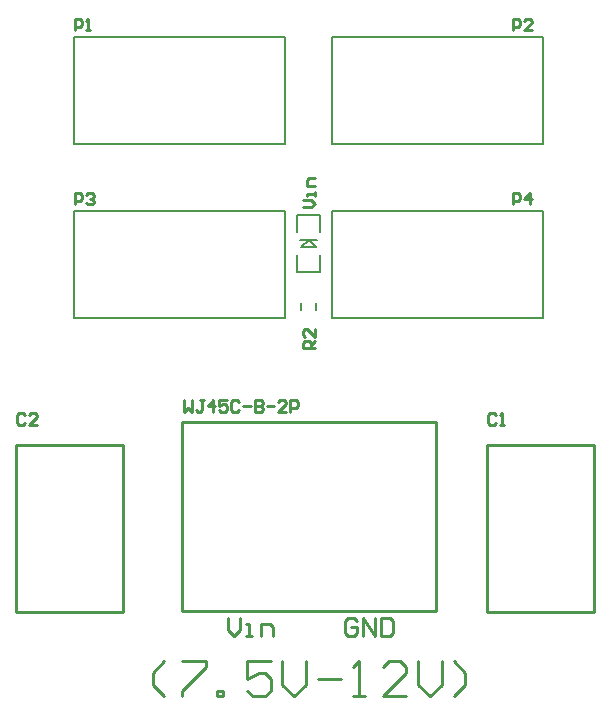
<source format=gto>
G04 Layer_Color=65535*
%FSLAX25Y25*%
%MOIN*%
G70*
G01*
G75*
%ADD15C,0.01000*%
%ADD22C,0.00600*%
%ADD23C,0.00800*%
%ADD24C,0.00787*%
D15*
X40567Y99900D02*
X76000D01*
Y43995D02*
Y99900D01*
X40500Y44000D02*
X75933D01*
X40500D02*
Y99905D01*
X197567Y99900D02*
X233000D01*
Y43995D02*
Y99900D01*
X197500Y44000D02*
X232933D01*
X197500D02*
Y99905D01*
X95976Y107496D02*
X180622D01*
X95976Y44504D02*
Y107496D01*
Y44504D02*
X180622D01*
Y107496D01*
X43587Y109757D02*
X42931Y110413D01*
X41619D01*
X40963Y109757D01*
Y107133D01*
X41619Y106477D01*
X42931D01*
X43587Y107133D01*
X47523Y106477D02*
X44899D01*
X47523Y109101D01*
Y109757D01*
X46867Y110413D01*
X45555D01*
X44899Y109757D01*
X200587D02*
X199931Y110413D01*
X198619D01*
X197963Y109757D01*
Y107133D01*
X198619Y106477D01*
X199931D01*
X200587Y107133D01*
X201899Y106477D02*
X203211D01*
X202555D01*
Y110413D01*
X201899Y109757D01*
X136064Y179000D02*
X138688D01*
X140000Y180312D01*
X138688Y181624D01*
X136064D01*
X140000Y182936D02*
Y184248D01*
Y183592D01*
X137376D01*
Y182936D01*
X140000Y186215D02*
X137376D01*
Y188183D01*
X138032Y188839D01*
X140000D01*
X60000Y238000D02*
Y241936D01*
X61968D01*
X62624Y241280D01*
Y239968D01*
X61968Y239312D01*
X60000D01*
X63936Y238000D02*
X65248D01*
X64592D01*
Y241936D01*
X63936Y241280D01*
X206000Y180000D02*
Y183936D01*
X207968D01*
X208624Y183280D01*
Y181968D01*
X207968Y181312D01*
X206000D01*
X211904Y180000D02*
Y183936D01*
X209936Y181968D01*
X212560D01*
X60000Y180000D02*
Y183936D01*
X61968D01*
X62624Y183280D01*
Y181968D01*
X61968Y181312D01*
X60000D01*
X63936Y183280D02*
X64592Y183936D01*
X65904D01*
X66560Y183280D01*
Y182624D01*
X65904Y181968D01*
X65248D01*
X65904D01*
X66560Y181312D01*
Y180656D01*
X65904Y180000D01*
X64592D01*
X63936Y180656D01*
X206000Y238000D02*
Y241936D01*
X207968D01*
X208624Y241280D01*
Y239968D01*
X207968Y239312D01*
X206000D01*
X212560Y238000D02*
X209936D01*
X212560Y240624D01*
Y241280D01*
X211904Y241936D01*
X210592D01*
X209936Y241280D01*
X140000Y132000D02*
X136064D01*
Y133968D01*
X136720Y134624D01*
X138032D01*
X138688Y133968D01*
Y132000D01*
Y133312D02*
X140000Y134624D01*
Y138560D02*
Y135936D01*
X137376Y138560D01*
X136720D01*
X136064Y137904D01*
Y136592D01*
X136720Y135936D01*
X96463Y114913D02*
Y110977D01*
X97775Y112289D01*
X99087Y110977D01*
Y114913D01*
X103023D02*
X101711D01*
X102367D01*
Y111633D01*
X101711Y110977D01*
X101055D01*
X100399Y111633D01*
X106302Y110977D02*
Y114913D01*
X104334Y112945D01*
X106958D01*
X110894Y114913D02*
X108270D01*
Y112945D01*
X109582Y113601D01*
X110238D01*
X110894Y112945D01*
Y111633D01*
X110238Y110977D01*
X108926D01*
X108270Y111633D01*
X114830Y114257D02*
X114174Y114913D01*
X112862D01*
X112206Y114257D01*
Y111633D01*
X112862Y110977D01*
X114174D01*
X114830Y111633D01*
X116142Y112945D02*
X118765D01*
X120077Y114913D02*
Y110977D01*
X122045D01*
X122701Y111633D01*
Y112289D01*
X122045Y112945D01*
X120077D01*
X122045D01*
X122701Y113601D01*
Y114257D01*
X122045Y114913D01*
X120077D01*
X124013Y112945D02*
X126637D01*
X130573Y110977D02*
X127949D01*
X130573Y113601D01*
Y114257D01*
X129917Y114913D01*
X128605D01*
X127949Y114257D01*
X131885Y110977D02*
Y114913D01*
X133853D01*
X134509Y114257D01*
Y112945D01*
X133853Y112289D01*
X131885D01*
X111000Y41998D02*
Y37999D01*
X112999Y36000D01*
X114999Y37999D01*
Y41998D01*
X116998Y36000D02*
X118997D01*
X117998D01*
Y39999D01*
X116998D01*
X121996Y36000D02*
Y39999D01*
X124996D01*
X125995Y38999D01*
Y36000D01*
X153999Y40998D02*
X152999Y41998D01*
X151000D01*
X150000Y40998D01*
Y37000D01*
X151000Y36000D01*
X152999D01*
X153999Y37000D01*
Y38999D01*
X151999D01*
X155998Y36000D02*
Y41998D01*
X159997Y36000D01*
Y41998D01*
X161996D02*
Y36000D01*
X164995D01*
X165995Y37000D01*
Y40998D01*
X164995Y41998D01*
X161996D01*
X89936Y16000D02*
X86000Y19936D01*
Y23871D01*
X89936Y27807D01*
X95839D02*
X103711D01*
Y25839D01*
X95839Y17968D01*
Y16000D01*
X107647D02*
Y17968D01*
X109614D01*
Y16000D01*
X107647D01*
X125357Y27807D02*
X117486D01*
Y21904D01*
X121422Y23871D01*
X123389D01*
X125357Y21904D01*
Y17968D01*
X123389Y16000D01*
X119454D01*
X117486Y17968D01*
X129293Y27807D02*
Y19936D01*
X133229Y16000D01*
X137165Y19936D01*
Y27807D01*
X141100Y21904D02*
X148972D01*
X152908Y16000D02*
X156843D01*
X154875D01*
Y27807D01*
X152908Y25839D01*
X170618Y16000D02*
X162747D01*
X170618Y23871D01*
Y25839D01*
X168650Y27807D01*
X164715D01*
X162747Y25839D01*
X174554Y27807D02*
Y19936D01*
X178490Y16000D01*
X182425Y19936D01*
Y27807D01*
X186361Y16000D02*
X190297Y19936D01*
Y23871D01*
X186361Y27807D01*
D22*
X135638Y144819D02*
Y147181D01*
X140362Y144819D02*
Y147181D01*
D23*
X138000Y168181D02*
X140362Y165819D01*
X135638D02*
X140362D01*
X135638D02*
X138000Y168181D01*
X140756D01*
X135244D02*
X138000D01*
X141937Y170937D02*
Y176449D01*
X134063D02*
X141937D01*
X134063Y170937D02*
Y176449D01*
X141937Y157551D02*
Y163063D01*
X134063Y157551D02*
X141937D01*
X134063D02*
Y163063D01*
D24*
X59961Y142283D02*
Y177717D01*
X130039Y142283D02*
Y177717D01*
X59961Y142283D02*
X130039D01*
X59961Y177717D02*
X130039D01*
X145961Y200283D02*
Y235717D01*
X216039Y200283D02*
Y235717D01*
X145961Y200283D02*
X216039D01*
X145961Y235717D02*
X216039D01*
X59961Y200283D02*
Y235717D01*
X130039Y200283D02*
Y235717D01*
X59961Y200283D02*
X130039D01*
X59961Y235717D02*
X130039D01*
X145961Y142283D02*
Y177717D01*
X216039Y142283D02*
Y177717D01*
X145961Y142283D02*
X216039D01*
X145961Y177717D02*
X216039D01*
M02*

</source>
